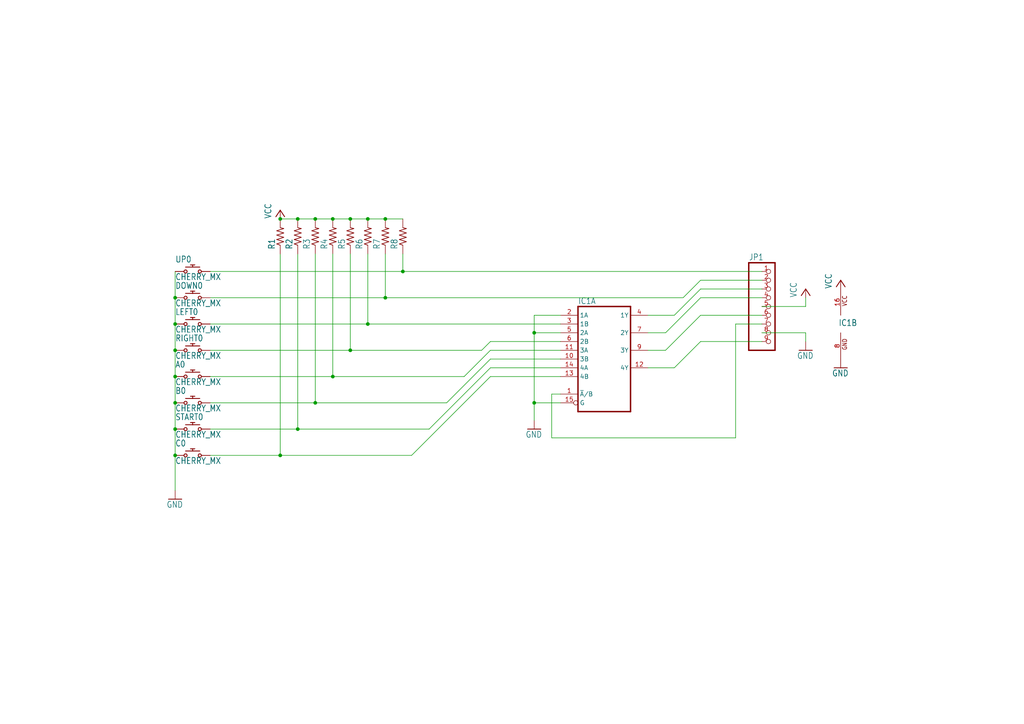
<source format=kicad_sch>
(kicad_sch (version 20230121) (generator eeschema)

  (uuid f9188a3c-b057-4ea6-8c7a-f03faf652ab3)

  (paper "A4")

  (lib_symbols
    (symbol "gpad1-eagle-import:74157N" (in_bom yes) (on_board yes)
      (property "Reference" "IC" (at -0.635 -0.635 0)
        (effects (font (size 1.778 1.5113)) (justify left bottom))
      )
      (property "Value" "" (at -7.62 -17.78 0)
        (effects (font (size 1.778 1.5113)) (justify left bottom) hide)
      )
      (property "Footprint" "gpad1:DIL16" (at 0 0 0)
        (effects (font (size 1.27 1.27)) hide)
      )
      (property "Datasheet" "" (at 0 0 0)
        (effects (font (size 1.27 1.27)) hide)
      )
      (property "ki_locked" "" (at 0 0 0)
        (effects (font (size 1.27 1.27)))
      )
      (symbol "74157N_1_0"
        (polyline
          (pts
            (xy -7.62 -15.24)
            (xy 7.62 -15.24)
          )
          (stroke (width 0.4064) (type solid))
          (fill (type none))
        )
        (polyline
          (pts
            (xy -7.62 15.24)
            (xy -7.62 -15.24)
          )
          (stroke (width 0.4064) (type solid))
          (fill (type none))
        )
        (polyline
          (pts
            (xy 7.62 -15.24)
            (xy 7.62 15.24)
          )
          (stroke (width 0.4064) (type solid))
          (fill (type none))
        )
        (polyline
          (pts
            (xy 7.62 15.24)
            (xy -7.62 15.24)
          )
          (stroke (width 0.4064) (type solid))
          (fill (type none))
        )
        (pin input line (at -12.7 -10.16 0) (length 5.08)
          (name "~{A}/B" (effects (font (size 1.27 1.27))))
          (number "1" (effects (font (size 1.27 1.27))))
        )
        (pin input line (at -12.7 0 0) (length 5.08)
          (name "3B" (effects (font (size 1.27 1.27))))
          (number "10" (effects (font (size 1.27 1.27))))
        )
        (pin input line (at -12.7 2.54 0) (length 5.08)
          (name "3A" (effects (font (size 1.27 1.27))))
          (number "11" (effects (font (size 1.27 1.27))))
        )
        (pin output line (at 12.7 -2.54 180) (length 5.08)
          (name "4Y" (effects (font (size 1.27 1.27))))
          (number "12" (effects (font (size 1.27 1.27))))
        )
        (pin input line (at -12.7 -5.08 0) (length 5.08)
          (name "4B" (effects (font (size 1.27 1.27))))
          (number "13" (effects (font (size 1.27 1.27))))
        )
        (pin input line (at -12.7 -2.54 0) (length 5.08)
          (name "4A" (effects (font (size 1.27 1.27))))
          (number "14" (effects (font (size 1.27 1.27))))
        )
        (pin input inverted (at -12.7 -12.7 0) (length 5.08)
          (name "G" (effects (font (size 1.27 1.27))))
          (number "15" (effects (font (size 1.27 1.27))))
        )
        (pin input line (at -12.7 12.7 0) (length 5.08)
          (name "1A" (effects (font (size 1.27 1.27))))
          (number "2" (effects (font (size 1.27 1.27))))
        )
        (pin input line (at -12.7 10.16 0) (length 5.08)
          (name "1B" (effects (font (size 1.27 1.27))))
          (number "3" (effects (font (size 1.27 1.27))))
        )
        (pin output line (at 12.7 12.7 180) (length 5.08)
          (name "1Y" (effects (font (size 1.27 1.27))))
          (number "4" (effects (font (size 1.27 1.27))))
        )
        (pin input line (at -12.7 7.62 0) (length 5.08)
          (name "2A" (effects (font (size 1.27 1.27))))
          (number "5" (effects (font (size 1.27 1.27))))
        )
        (pin input line (at -12.7 5.08 0) (length 5.08)
          (name "2B" (effects (font (size 1.27 1.27))))
          (number "6" (effects (font (size 1.27 1.27))))
        )
        (pin output line (at 12.7 7.62 180) (length 5.08)
          (name "2Y" (effects (font (size 1.27 1.27))))
          (number "7" (effects (font (size 1.27 1.27))))
        )
        (pin output line (at 12.7 2.54 180) (length 5.08)
          (name "3Y" (effects (font (size 1.27 1.27))))
          (number "9" (effects (font (size 1.27 1.27))))
        )
      )
      (symbol "74157N_2_0"
        (text "GND" (at 1.905 -7.62 900)
          (effects (font (size 1.27 1.0795)) (justify left bottom))
        )
        (text "VCC" (at 1.905 5.08 900)
          (effects (font (size 1.27 1.0795)) (justify left bottom))
        )
        (pin power_in line (at 0 10.16 270) (length 7.62)
          (name "VCC" (effects (font (size 0 0))))
          (number "16" (effects (font (size 1.27 1.27))))
        )
        (pin power_in line (at 0 -10.16 90) (length 7.62)
          (name "GND" (effects (font (size 0 0))))
          (number "8" (effects (font (size 1.27 1.27))))
        )
      )
    )
    (symbol "gpad1-eagle-import:CHERRY_MX" (in_bom yes) (on_board yes)
      (property "Reference" "S" (at -5.08 2.54 0)
        (effects (font (size 1.778 1.5113)) (justify left bottom))
      )
      (property "Value" "" (at -5.08 -2.54 0)
        (effects (font (size 1.778 1.5113)) (justify left bottom))
      )
      (property "Footprint" "gpad1:CHERRY_MX" (at 0 0 0)
        (effects (font (size 1.27 1.27)) hide)
      )
      (property "Datasheet" "" (at 0 0 0)
        (effects (font (size 1.27 1.27)) hide)
      )
      (property "ki_locked" "" (at 0 0 0)
        (effects (font (size 1.27 1.27)))
      )
      (symbol "CHERRY_MX_1_0"
        (circle (center -2.0637 0) (radius 0.449)
          (stroke (width 0.254) (type solid))
          (fill (type none))
        )
        (polyline
          (pts
            (xy -2.0637 1.27)
            (xy 0 1.27)
          )
          (stroke (width 0.254) (type solid))
          (fill (type none))
        )
        (polyline
          (pts
            (xy 0 1.27)
            (xy 0 1.905)
          )
          (stroke (width 0.254) (type solid))
          (fill (type none))
        )
        (polyline
          (pts
            (xy 0 1.27)
            (xy 2.0637 1.27)
          )
          (stroke (width 0.254) (type solid))
          (fill (type none))
        )
        (polyline
          (pts
            (xy 0 1.905)
            (xy -0.635 1.905)
          )
          (stroke (width 0.254) (type solid))
          (fill (type none))
        )
        (polyline
          (pts
            (xy 0 1.905)
            (xy 0.635 1.905)
          )
          (stroke (width 0.254) (type solid))
          (fill (type none))
        )
        (circle (center 2.0637 0) (radius 0.449)
          (stroke (width 0.254) (type solid))
          (fill (type none))
        )
        (pin passive line (at -5.08 0 0) (length 2.54)
          (name "1" (effects (font (size 0 0))))
          (number "S1" (effects (font (size 0 0))))
        )
        (pin passive line (at 5.08 0 180) (length 2.54)
          (name "2" (effects (font (size 0 0))))
          (number "S2" (effects (font (size 0 0))))
        )
      )
    )
    (symbol "gpad1-eagle-import:GND" (power) (in_bom yes) (on_board yes)
      (property "Reference" "#GND" (at 0 0 0)
        (effects (font (size 1.27 1.27)) hide)
      )
      (property "Value" "GND" (at -2.54 -2.54 0)
        (effects (font (size 1.778 1.5113)) (justify left bottom))
      )
      (property "Footprint" "" (at 0 0 0)
        (effects (font (size 1.27 1.27)) hide)
      )
      (property "Datasheet" "" (at 0 0 0)
        (effects (font (size 1.27 1.27)) hide)
      )
      (property "ki_locked" "" (at 0 0 0)
        (effects (font (size 1.27 1.27)))
      )
      (symbol "GND_1_0"
        (polyline
          (pts
            (xy -1.905 0)
            (xy 1.905 0)
          )
          (stroke (width 0.254) (type solid))
          (fill (type none))
        )
        (pin power_in line (at 0 2.54 270) (length 2.54)
          (name "GND" (effects (font (size 0 0))))
          (number "1" (effects (font (size 0 0))))
        )
      )
    )
    (symbol "gpad1-eagle-import:PINHD-1X9" (in_bom yes) (on_board yes)
      (property "Reference" "JP" (at -6.35 13.335 0)
        (effects (font (size 1.778 1.5113)) (justify left bottom))
      )
      (property "Value" "" (at -6.35 -15.24 0)
        (effects (font (size 1.778 1.5113)) (justify left bottom))
      )
      (property "Footprint" "gpad1:1X09" (at 0 0 0)
        (effects (font (size 1.27 1.27)) hide)
      )
      (property "Datasheet" "" (at 0 0 0)
        (effects (font (size 1.27 1.27)) hide)
      )
      (property "ki_locked" "" (at 0 0 0)
        (effects (font (size 1.27 1.27)))
      )
      (symbol "PINHD-1X9_1_0"
        (polyline
          (pts
            (xy -6.35 -12.7)
            (xy 1.27 -12.7)
          )
          (stroke (width 0.4064) (type solid))
          (fill (type none))
        )
        (polyline
          (pts
            (xy -6.35 12.7)
            (xy -6.35 -12.7)
          )
          (stroke (width 0.4064) (type solid))
          (fill (type none))
        )
        (polyline
          (pts
            (xy 1.27 -12.7)
            (xy 1.27 12.7)
          )
          (stroke (width 0.4064) (type solid))
          (fill (type none))
        )
        (polyline
          (pts
            (xy 1.27 12.7)
            (xy -6.35 12.7)
          )
          (stroke (width 0.4064) (type solid))
          (fill (type none))
        )
        (pin passive inverted (at -2.54 10.16 0) (length 2.54)
          (name "1" (effects (font (size 0 0))))
          (number "1" (effects (font (size 1.27 1.27))))
        )
        (pin passive inverted (at -2.54 7.62 0) (length 2.54)
          (name "2" (effects (font (size 0 0))))
          (number "2" (effects (font (size 1.27 1.27))))
        )
        (pin passive inverted (at -2.54 5.08 0) (length 2.54)
          (name "3" (effects (font (size 0 0))))
          (number "3" (effects (font (size 1.27 1.27))))
        )
        (pin passive inverted (at -2.54 2.54 0) (length 2.54)
          (name "4" (effects (font (size 0 0))))
          (number "4" (effects (font (size 1.27 1.27))))
        )
        (pin passive inverted (at -2.54 0 0) (length 2.54)
          (name "5" (effects (font (size 0 0))))
          (number "5" (effects (font (size 1.27 1.27))))
        )
        (pin passive inverted (at -2.54 -2.54 0) (length 2.54)
          (name "6" (effects (font (size 0 0))))
          (number "6" (effects (font (size 1.27 1.27))))
        )
        (pin passive inverted (at -2.54 -5.08 0) (length 2.54)
          (name "7" (effects (font (size 0 0))))
          (number "7" (effects (font (size 1.27 1.27))))
        )
        (pin passive inverted (at -2.54 -7.62 0) (length 2.54)
          (name "8" (effects (font (size 0 0))))
          (number "8" (effects (font (size 1.27 1.27))))
        )
        (pin passive inverted (at -2.54 -10.16 0) (length 2.54)
          (name "9" (effects (font (size 0 0))))
          (number "9" (effects (font (size 1.27 1.27))))
        )
      )
    )
    (symbol "gpad1-eagle-import:R-US_0207/10" (in_bom yes) (on_board yes)
      (property "Reference" "R" (at -3.81 1.4986 0)
        (effects (font (size 1.778 1.5113)) (justify left bottom))
      )
      (property "Value" "" (at -3.81 -3.302 0)
        (effects (font (size 1.778 1.5113)) (justify left bottom))
      )
      (property "Footprint" "gpad1:0207_10" (at 0 0 0)
        (effects (font (size 1.27 1.27)) hide)
      )
      (property "Datasheet" "" (at 0 0 0)
        (effects (font (size 1.27 1.27)) hide)
      )
      (property "ki_locked" "" (at 0 0 0)
        (effects (font (size 1.27 1.27)))
      )
      (symbol "R-US_0207/10_1_0"
        (polyline
          (pts
            (xy -2.54 0)
            (xy -2.159 1.016)
          )
          (stroke (width 0.2032) (type solid))
          (fill (type none))
        )
        (polyline
          (pts
            (xy -2.159 1.016)
            (xy -1.524 -1.016)
          )
          (stroke (width 0.2032) (type solid))
          (fill (type none))
        )
        (polyline
          (pts
            (xy -1.524 -1.016)
            (xy -0.889 1.016)
          )
          (stroke (width 0.2032) (type solid))
          (fill (type none))
        )
        (polyline
          (pts
            (xy -0.889 1.016)
            (xy -0.254 -1.016)
          )
          (stroke (width 0.2032) (type solid))
          (fill (type none))
        )
        (polyline
          (pts
            (xy -0.254 -1.016)
            (xy 0.381 1.016)
          )
          (stroke (width 0.2032) (type solid))
          (fill (type none))
        )
        (polyline
          (pts
            (xy 0.381 1.016)
            (xy 1.016 -1.016)
          )
          (stroke (width 0.2032) (type solid))
          (fill (type none))
        )
        (polyline
          (pts
            (xy 1.016 -1.016)
            (xy 1.651 1.016)
          )
          (stroke (width 0.2032) (type solid))
          (fill (type none))
        )
        (polyline
          (pts
            (xy 1.651 1.016)
            (xy 2.286 -1.016)
          )
          (stroke (width 0.2032) (type solid))
          (fill (type none))
        )
        (polyline
          (pts
            (xy 2.286 -1.016)
            (xy 2.54 0)
          )
          (stroke (width 0.2032) (type solid))
          (fill (type none))
        )
        (pin passive line (at -5.08 0 0) (length 2.54)
          (name "1" (effects (font (size 0 0))))
          (number "1" (effects (font (size 0 0))))
        )
        (pin passive line (at 5.08 0 180) (length 2.54)
          (name "2" (effects (font (size 0 0))))
          (number "2" (effects (font (size 0 0))))
        )
      )
    )
    (symbol "gpad1-eagle-import:VCC" (power) (in_bom yes) (on_board yes)
      (property "Reference" "#P+" (at 0 0 0)
        (effects (font (size 1.27 1.27)) hide)
      )
      (property "Value" "VCC" (at -2.54 -2.54 90)
        (effects (font (size 1.778 1.5113)) (justify left bottom))
      )
      (property "Footprint" "" (at 0 0 0)
        (effects (font (size 1.27 1.27)) hide)
      )
      (property "Datasheet" "" (at 0 0 0)
        (effects (font (size 1.27 1.27)) hide)
      )
      (property "ki_locked" "" (at 0 0 0)
        (effects (font (size 1.27 1.27)))
      )
      (symbol "VCC_1_0"
        (polyline
          (pts
            (xy 0 0)
            (xy -1.27 -1.905)
          )
          (stroke (width 0.254) (type solid))
          (fill (type none))
        )
        (polyline
          (pts
            (xy 1.27 -1.905)
            (xy 0 0)
          )
          (stroke (width 0.254) (type solid))
          (fill (type none))
        )
        (pin power_in line (at 0 -2.54 90) (length 2.54)
          (name "VCC" (effects (font (size 0 0))))
          (number "1" (effects (font (size 0 0))))
        )
      )
    )
  )

  (junction (at 154.94 96.52) (diameter 0) (color 0 0 0 0)
    (uuid 0410b762-5a23-40f2-9004-74cddf175bb4)
  )
  (junction (at 50.8 124.46) (diameter 0) (color 0 0 0 0)
    (uuid 1c55fe21-58b8-4dea-a6ca-57c738b92f14)
  )
  (junction (at 50.8 132.08) (diameter 0) (color 0 0 0 0)
    (uuid 2d3fa340-0c41-46f7-8e40-e52a0f4351ac)
  )
  (junction (at 154.94 116.84) (diameter 0) (color 0 0 0 0)
    (uuid 4f682fd1-be48-4044-976e-f348ebe15822)
  )
  (junction (at 50.8 93.98) (diameter 0) (color 0 0 0 0)
    (uuid 520e0825-b476-420e-90c2-ca7f29741a5d)
  )
  (junction (at 116.84 78.74) (diameter 0) (color 0 0 0 0)
    (uuid 6291cd53-a51f-42d7-b209-665ebe4d85a5)
  )
  (junction (at 81.28 63.5) (diameter 0) (color 0 0 0 0)
    (uuid 767cf721-945c-4465-9655-c04f42eec25c)
  )
  (junction (at 86.36 63.5) (diameter 0) (color 0 0 0 0)
    (uuid 8793617d-5301-4149-94f5-abf5f381749b)
  )
  (junction (at 50.8 86.36) (diameter 0) (color 0 0 0 0)
    (uuid 917f4ee5-2222-42c8-b6c3-54f850790ffc)
  )
  (junction (at 96.52 109.22) (diameter 0) (color 0 0 0 0)
    (uuid 931d228d-6a0a-4d2d-a7f0-fcd12fd4c337)
  )
  (junction (at 111.76 86.36) (diameter 0) (color 0 0 0 0)
    (uuid b6fa740a-e46d-4858-b74b-df39c1c38e12)
  )
  (junction (at 50.8 109.22) (diameter 0) (color 0 0 0 0)
    (uuid ba2b8adf-3ace-46b9-9231-4e5ac09ceac5)
  )
  (junction (at 96.52 63.5) (diameter 0) (color 0 0 0 0)
    (uuid ba65e94b-d0b7-4862-ad9a-0644494f0361)
  )
  (junction (at 86.36 124.46) (diameter 0) (color 0 0 0 0)
    (uuid c3c5bbdd-abf0-4153-93ab-dcf9a05993a9)
  )
  (junction (at 101.6 63.5) (diameter 0) (color 0 0 0 0)
    (uuid c540913b-911d-4c63-9942-5c56c30a418d)
  )
  (junction (at 50.8 101.6) (diameter 0) (color 0 0 0 0)
    (uuid cc2185a1-8d4d-4d44-a574-97f95506621e)
  )
  (junction (at 106.68 93.98) (diameter 0) (color 0 0 0 0)
    (uuid cc492ff8-fb19-4b9d-8b34-8951063b3e1e)
  )
  (junction (at 91.44 116.84) (diameter 0) (color 0 0 0 0)
    (uuid d74efb7c-57ad-46e0-8af0-354ca8f10a8d)
  )
  (junction (at 91.44 63.5) (diameter 0) (color 0 0 0 0)
    (uuid e1598a87-bf59-4e5d-b7c3-85d506fb3aaa)
  )
  (junction (at 50.8 116.84) (diameter 0) (color 0 0 0 0)
    (uuid e23ffdc0-052d-4810-b5ac-e6064a722a92)
  )
  (junction (at 106.68 63.5) (diameter 0) (color 0 0 0 0)
    (uuid f97f3cff-1a21-4180-9808-0a48cb2ed559)
  )
  (junction (at 111.76 63.5) (diameter 0) (color 0 0 0 0)
    (uuid fb8d0b3d-9f50-41c3-b623-c832d3aa8726)
  )
  (junction (at 101.6 101.6) (diameter 0) (color 0 0 0 0)
    (uuid fca139d7-4c54-4c68-8ec3-3fc8bb69dee9)
  )
  (junction (at 81.28 132.08) (diameter 0) (color 0 0 0 0)
    (uuid fd3704d9-4a09-43d1-b958-1a90f53fcb83)
  )

  (wire (pts (xy 220.98 93.98) (xy 213.36 93.98))
    (stroke (width 0.1524) (type solid))
    (uuid 0335e101-a789-4dfe-9c20-55241ab98ac0)
  )
  (wire (pts (xy 91.44 116.84) (xy 129.54 116.84))
    (stroke (width 0.1524) (type solid))
    (uuid 083baac9-b0f5-48ef-aeb7-611c2ba8528f)
  )
  (wire (pts (xy 106.68 63.5) (xy 111.76 63.5))
    (stroke (width 0.1524) (type solid))
    (uuid 08f8e5cd-6b45-47d2-b2de-c20d52c50226)
  )
  (wire (pts (xy 203.2 91.44) (xy 220.98 91.44))
    (stroke (width 0.1524) (type solid))
    (uuid 097dc425-eeaf-4297-9f3d-ddb942e54a15)
  )
  (wire (pts (xy 86.36 63.5) (xy 91.44 63.5))
    (stroke (width 0.1524) (type solid))
    (uuid 0bc1c768-d036-4b81-b8a3-c18ec3d50c53)
  )
  (wire (pts (xy 154.94 91.44) (xy 162.56 91.44))
    (stroke (width 0.1524) (type solid))
    (uuid 0c3b9e8d-bb1d-4f91-8658-cc12c17e360f)
  )
  (wire (pts (xy 154.94 96.52) (xy 154.94 91.44))
    (stroke (width 0.1524) (type solid))
    (uuid 18072872-4528-4062-9f3f-d8fbb915d45e)
  )
  (wire (pts (xy 193.04 101.6) (xy 203.2 91.44))
    (stroke (width 0.1524) (type solid))
    (uuid 18a9b506-508d-4ff0-963c-ff0a48db45bc)
  )
  (wire (pts (xy 187.96 106.68) (xy 195.58 106.68))
    (stroke (width 0.1524) (type solid))
    (uuid 1d6e0c8c-38b4-4886-b510-ebab50c454cf)
  )
  (wire (pts (xy 101.6 63.5) (xy 106.68 63.5))
    (stroke (width 0.1524) (type solid))
    (uuid 21fcb676-4cbd-4383-9647-2a715c16d3b2)
  )
  (wire (pts (xy 91.44 63.5) (xy 96.52 63.5))
    (stroke (width 0.1524) (type solid))
    (uuid 22c7a0c2-1661-4ad4-837a-252d2fbf55a8)
  )
  (wire (pts (xy 203.2 83.82) (xy 220.98 83.82))
    (stroke (width 0.1524) (type solid))
    (uuid 24a2b59c-e1f1-4ea1-9f81-c243c43bb6f7)
  )
  (wire (pts (xy 154.94 96.52) (xy 162.56 96.52))
    (stroke (width 0.1524) (type solid))
    (uuid 26f69787-5c1b-4811-90df-e4ed36c99e33)
  )
  (wire (pts (xy 86.36 124.46) (xy 124.46 124.46))
    (stroke (width 0.1524) (type solid))
    (uuid 2959fe36-8a8c-4577-a802-c8dd3f2e3f8a)
  )
  (wire (pts (xy 111.76 86.36) (xy 198.12 86.36))
    (stroke (width 0.1524) (type solid))
    (uuid 2db2bc44-b3ec-46b5-8600-4b28834534a8)
  )
  (wire (pts (xy 86.36 73.66) (xy 86.36 124.46))
    (stroke (width 0.1524) (type solid))
    (uuid 313d1cfb-051e-44df-89ca-f96988eabf3b)
  )
  (wire (pts (xy 81.28 132.08) (xy 119.38 132.08))
    (stroke (width 0.1524) (type solid))
    (uuid 37ddd0ba-ddf1-4647-9d51-1a6649411afb)
  )
  (wire (pts (xy 111.76 63.5) (xy 116.84 63.5))
    (stroke (width 0.1524) (type solid))
    (uuid 3824e09c-fa45-4eb1-8298-369cea4bcced)
  )
  (wire (pts (xy 142.24 99.06) (xy 162.56 99.06))
    (stroke (width 0.1524) (type solid))
    (uuid 3bb1fcfa-6c78-41d6-902f-0fb3eb2a72b2)
  )
  (wire (pts (xy 116.84 78.74) (xy 220.98 78.74))
    (stroke (width 0.1524) (type solid))
    (uuid 40cdcbd7-8632-4d62-ae3d-0c4a4bba985f)
  )
  (wire (pts (xy 154.94 116.84) (xy 154.94 96.52))
    (stroke (width 0.1524) (type solid))
    (uuid 44cd1349-2684-4a37-9105-657e0416123b)
  )
  (wire (pts (xy 91.44 73.66) (xy 91.44 116.84))
    (stroke (width 0.1524) (type solid))
    (uuid 455608e9-99a0-4ed1-8219-2f521949aa97)
  )
  (wire (pts (xy 139.7 101.6) (xy 142.24 99.06))
    (stroke (width 0.1524) (type solid))
    (uuid 45c4988f-3915-4b78-aa3d-41ff046cc1d6)
  )
  (wire (pts (xy 50.8 101.6) (xy 50.8 109.22))
    (stroke (width 0.1524) (type solid))
    (uuid 45ef9af0-5d08-414d-bc3f-abe49de1c0c2)
  )
  (wire (pts (xy 106.68 93.98) (xy 162.56 93.98))
    (stroke (width 0.1524) (type solid))
    (uuid 4977d895-35f0-49b8-b527-d7ad64218342)
  )
  (wire (pts (xy 101.6 73.66) (xy 101.6 101.6))
    (stroke (width 0.1524) (type solid))
    (uuid 49c3585a-b687-447f-be02-8a184880cafa)
  )
  (wire (pts (xy 50.8 124.46) (xy 50.8 132.08))
    (stroke (width 0.1524) (type solid))
    (uuid 4ff475b6-9c9f-47f6-8c54-f121d008f4d0)
  )
  (wire (pts (xy 129.54 116.84) (xy 142.24 104.14))
    (stroke (width 0.1524) (type solid))
    (uuid 51b1a9de-15e9-4167-a719-4bb9c600c850)
  )
  (wire (pts (xy 111.76 73.66) (xy 111.76 86.36))
    (stroke (width 0.1524) (type solid))
    (uuid 5bf06d7d-558d-41ab-90aa-17c677445b99)
  )
  (wire (pts (xy 233.68 88.9) (xy 233.68 86.36))
    (stroke (width 0.1524) (type solid))
    (uuid 5d87362d-34a5-4220-a1a6-f5219cb05ecf)
  )
  (wire (pts (xy 60.96 86.36) (xy 111.76 86.36))
    (stroke (width 0.1524) (type solid))
    (uuid 5ff29cab-9a85-47af-82b9-eb6cadaea004)
  )
  (wire (pts (xy 60.96 78.74) (xy 116.84 78.74))
    (stroke (width 0.1524) (type solid))
    (uuid 6383da77-96bb-4fca-998c-947a9609eb9b)
  )
  (wire (pts (xy 195.58 91.44) (xy 203.2 83.82))
    (stroke (width 0.1524) (type solid))
    (uuid 63d2fd00-5b22-4a18-806e-630ba3fd1d1c)
  )
  (wire (pts (xy 187.96 96.52) (xy 193.04 96.52))
    (stroke (width 0.1524) (type solid))
    (uuid 69e83703-61a2-4a00-8e5e-e5f6c056ffc8)
  )
  (wire (pts (xy 101.6 101.6) (xy 139.7 101.6))
    (stroke (width 0.1524) (type solid))
    (uuid 6a6db779-505f-46c2-a20f-c27252b10b68)
  )
  (wire (pts (xy 134.62 109.22) (xy 142.24 101.6))
    (stroke (width 0.1524) (type solid))
    (uuid 72e6cf9d-6c74-4f2f-812e-1e0301238b30)
  )
  (wire (pts (xy 213.36 93.98) (xy 213.36 127))
    (stroke (width 0.1524) (type solid))
    (uuid 73beedf6-369a-4ac2-932c-7d9399f251ca)
  )
  (wire (pts (xy 60.96 116.84) (xy 91.44 116.84))
    (stroke (width 0.1524) (type solid))
    (uuid 7a16c174-9f4b-4c9e-91b0-d8ff86384aa5)
  )
  (wire (pts (xy 142.24 101.6) (xy 162.56 101.6))
    (stroke (width 0.1524) (type solid))
    (uuid 7be31aac-d598-4ece-b1a7-e7f7590f6240)
  )
  (wire (pts (xy 50.8 78.74) (xy 50.8 86.36))
    (stroke (width 0.1524) (type solid))
    (uuid 7c7d39db-c790-4da0-96d5-efc37fe56b05)
  )
  (wire (pts (xy 81.28 63.5) (xy 86.36 63.5))
    (stroke (width 0.1524) (type solid))
    (uuid 859ba682-41b7-4bdd-bdec-19abe58162ea)
  )
  (wire (pts (xy 162.56 114.3) (xy 160.02 114.3))
    (stroke (width 0.1524) (type solid))
    (uuid 89b55abc-6ff1-429a-b9df-85f285b73096)
  )
  (wire (pts (xy 60.96 132.08) (xy 81.28 132.08))
    (stroke (width 0.1524) (type solid))
    (uuid 89eaaf61-2b92-483b-9a5e-cc391bb77c9b)
  )
  (wire (pts (xy 195.58 106.68) (xy 203.2 99.06))
    (stroke (width 0.1524) (type solid))
    (uuid 8af677d3-52ce-4633-a0cd-3019197ea280)
  )
  (wire (pts (xy 50.8 86.36) (xy 50.8 93.98))
    (stroke (width 0.1524) (type solid))
    (uuid 8affc786-6db0-473e-8853-37ab8eae8309)
  )
  (wire (pts (xy 203.2 99.06) (xy 220.98 99.06))
    (stroke (width 0.1524) (type solid))
    (uuid 8dd1b8dd-8f9f-4e97-abeb-af529e6c9b00)
  )
  (wire (pts (xy 187.96 91.44) (xy 195.58 91.44))
    (stroke (width 0.1524) (type solid))
    (uuid 8fd3a191-a953-45d9-a634-b2b7952da7c9)
  )
  (wire (pts (xy 233.68 96.52) (xy 233.68 99.06))
    (stroke (width 0.1524) (type solid))
    (uuid 91b0b1d5-de5b-406a-a258-39d4c2f98598)
  )
  (wire (pts (xy 220.98 96.52) (xy 233.68 96.52))
    (stroke (width 0.1524) (type solid))
    (uuid 91ec3e97-db34-4b68-93f3-53d61614be01)
  )
  (wire (pts (xy 81.28 73.66) (xy 81.28 132.08))
    (stroke (width 0.1524) (type solid))
    (uuid 93097f0a-bd8d-443e-a84d-095238b9910b)
  )
  (wire (pts (xy 60.96 101.6) (xy 101.6 101.6))
    (stroke (width 0.1524) (type solid))
    (uuid 956e4365-a649-46c1-96e9-1cf97cec4e57)
  )
  (wire (pts (xy 154.94 121.92) (xy 154.94 116.84))
    (stroke (width 0.1524) (type solid))
    (uuid 96eff874-b5e4-42ad-9392-1f1b7ba2b5a3)
  )
  (wire (pts (xy 50.8 132.08) (xy 50.8 142.24))
    (stroke (width 0.1524) (type solid))
    (uuid 98e99f47-7bc1-4c02-9db2-184ddab68379)
  )
  (wire (pts (xy 96.52 73.66) (xy 96.52 109.22))
    (stroke (width 0.1524) (type solid))
    (uuid 9e4fe36a-d309-4310-b3c1-3bfcdc2bf855)
  )
  (wire (pts (xy 50.8 116.84) (xy 50.8 124.46))
    (stroke (width 0.1524) (type solid))
    (uuid a01c6803-95e2-40bc-bfba-864829229780)
  )
  (wire (pts (xy 203.2 86.36) (xy 220.98 86.36))
    (stroke (width 0.1524) (type solid))
    (uuid a8423a13-ec07-43c7-a76c-e06a3e0db049)
  )
  (wire (pts (xy 124.46 124.46) (xy 142.24 106.68))
    (stroke (width 0.1524) (type solid))
    (uuid af967629-1c82-4c1b-a357-7d7323a4d6aa)
  )
  (wire (pts (xy 50.8 93.98) (xy 50.8 101.6))
    (stroke (width 0.1524) (type solid))
    (uuid b2f794e3-9e29-4944-8eb0-12403767d442)
  )
  (wire (pts (xy 187.96 101.6) (xy 193.04 101.6))
    (stroke (width 0.1524) (type solid))
    (uuid b4762fb1-ff1e-48c2-ab09-abdb1ff1f846)
  )
  (wire (pts (xy 116.84 73.66) (xy 116.84 78.74))
    (stroke (width 0.1524) (type solid))
    (uuid bac52206-4bc6-4cd3-8155-ea9bb9180f4f)
  )
  (wire (pts (xy 198.12 86.36) (xy 203.2 81.28))
    (stroke (width 0.1524) (type solid))
    (uuid c21e3273-7ab2-49cb-b4e5-bdc0f61851ac)
  )
  (wire (pts (xy 154.94 116.84) (xy 162.56 116.84))
    (stroke (width 0.1524) (type solid))
    (uuid c470b79e-6633-4f9e-a445-235417705fbf)
  )
  (wire (pts (xy 96.52 109.22) (xy 134.62 109.22))
    (stroke (width 0.1524) (type solid))
    (uuid c847759c-7861-4219-b8ff-c885c2458f97)
  )
  (wire (pts (xy 106.68 73.66) (xy 106.68 93.98))
    (stroke (width 0.1524) (type solid))
    (uuid c85fca4f-00cd-4718-be44-266c15b4bc45)
  )
  (wire (pts (xy 60.96 93.98) (xy 106.68 93.98))
    (stroke (width 0.1524) (type solid))
    (uuid cae470f8-52be-4a2a-b0c3-10df0a80adc3)
  )
  (wire (pts (xy 142.24 109.22) (xy 162.56 109.22))
    (stroke (width 0.1524) (type solid))
    (uuid cfedc257-b224-4609-be18-7f7eec02b2ec)
  )
  (wire (pts (xy 160.02 127) (xy 160.02 114.3))
    (stroke (width 0.1524) (type solid))
    (uuid d1206e79-8b0c-4943-9525-dc169d0be7a0)
  )
  (wire (pts (xy 60.96 109.22) (xy 96.52 109.22))
    (stroke (width 0.1524) (type solid))
    (uuid d43bbe6e-ea63-4207-b248-35badf257abd)
  )
  (wire (pts (xy 203.2 81.28) (xy 220.98 81.28))
    (stroke (width 0.1524) (type solid))
    (uuid d6c31714-fb9a-49f6-9f92-ceb675a1dfbb)
  )
  (wire (pts (xy 60.96 124.46) (xy 86.36 124.46))
    (stroke (width 0.1524) (type solid))
    (uuid e11aa4d6-504e-4d22-91b9-fbd004305051)
  )
  (wire (pts (xy 193.04 96.52) (xy 203.2 86.36))
    (stroke (width 0.1524) (type solid))
    (uuid e1673471-65ab-41e6-9ae9-999473a5ba55)
  )
  (wire (pts (xy 50.8 109.22) (xy 50.8 116.84))
    (stroke (width 0.1524) (type solid))
    (uuid e56e0e33-982c-4ea2-a6a7-a98f152b0864)
  )
  (wire (pts (xy 213.36 127) (xy 160.02 127))
    (stroke (width 0.1524) (type solid))
    (uuid e6b47ba8-670d-49ee-9c14-32062b739314)
  )
  (wire (pts (xy 119.38 132.08) (xy 142.24 109.22))
    (stroke (width 0.1524) (type solid))
    (uuid e6cc3d67-e0ea-4964-be28-842ee09061d5)
  )
  (wire (pts (xy 96.52 63.5) (xy 101.6 63.5))
    (stroke (width 0.1524) (type solid))
    (uuid edca37c8-318e-4e79-8442-d7d32c31bcca)
  )
  (wire (pts (xy 142.24 104.14) (xy 162.56 104.14))
    (stroke (width 0.1524) (type solid))
    (uuid f2f29687-e56c-42cf-9c0e-76093d6a84f8)
  )
  (wire (pts (xy 142.24 106.68) (xy 162.56 106.68))
    (stroke (width 0.1524) (type solid))
    (uuid f9162753-d6e3-42b6-ac77-d239798f0a4f)
  )
  (wire (pts (xy 220.98 88.9) (xy 233.68 88.9))
    (stroke (width 0.1524) (type solid))
    (uuid ff9f9a03-a5de-4d6c-af3f-6821c3a54e03)
  )

  (symbol (lib_id "gpad1-eagle-import:CHERRY_MX") (at 55.88 101.6 0) (unit 1)
    (in_bom yes) (on_board yes) (dnp no)
    (uuid 068e2754-e425-45dc-9c0c-e909646ba67b)
    (property "Reference" "RIGHT0" (at 50.8 99.06 0)
      (effects (font (size 1.778 1.5113)) (justify left bottom))
    )
    (property "Value" "CHERRY_MX" (at 50.8 104.14 0)
      (effects (font (size 1.778 1.5113)) (justify left bottom))
    )
    (property "Footprint" "gpad1:CHERRY_MX" (at 55.88 101.6 0)
      (effects (font (size 1.27 1.27)) hide)
    )
    (property "Datasheet" "" (at 55.88 101.6 0)
      (effects (font (size 1.27 1.27)) hide)
    )
    (pin "S1" (uuid 7f56d2af-0d5b-48e3-9596-685a6117c065))
    (pin "S2" (uuid b6a6a63e-53f3-477a-9ccd-634814038a05))
    (instances
      (project "gpad1"
        (path "/f9188a3c-b057-4ea6-8c7a-f03faf652ab3"
          (reference "RIGHT0") (unit 1)
        )
      )
    )
  )

  (symbol (lib_id "gpad1-eagle-import:VCC") (at 243.84 81.28 0) (unit 1)
    (in_bom yes) (on_board yes) (dnp no)
    (uuid 0a78c79b-2cd4-4781-90a0-cdf36fc9ab3c)
    (property "Reference" "#P+3" (at 243.84 81.28 0)
      (effects (font (size 1.27 1.27)) hide)
    )
    (property "Value" "VCC" (at 241.3 83.82 90)
      (effects (font (size 1.778 1.5113)) (justify left bottom))
    )
    (property "Footprint" "" (at 243.84 81.28 0)
      (effects (font (size 1.27 1.27)) hide)
    )
    (property "Datasheet" "" (at 243.84 81.28 0)
      (effects (font (size 1.27 1.27)) hide)
    )
    (pin "1" (uuid 4c333bf9-8ddb-42e4-adee-b358f158d550))
    (instances
      (project "gpad1"
        (path "/f9188a3c-b057-4ea6-8c7a-f03faf652ab3"
          (reference "#P+3") (unit 1)
        )
      )
    )
  )

  (symbol (lib_id "gpad1-eagle-import:R-US_0207/10") (at 106.68 68.58 90) (unit 1)
    (in_bom yes) (on_board yes) (dnp no)
    (uuid 118030cb-3209-494f-a643-5327df8c6eab)
    (property "Reference" "R6" (at 105.1814 72.39 0)
      (effects (font (size 1.778 1.5113)) (justify left bottom))
    )
    (property "Value" "R-US_0207/10" (at 109.982 72.39 0)
      (effects (font (size 1.778 1.5113)) (justify left bottom) hide)
    )
    (property "Footprint" "gpad1:0207_10" (at 106.68 68.58 0)
      (effects (font (size 1.27 1.27)) hide)
    )
    (property "Datasheet" "" (at 106.68 68.58 0)
      (effects (font (size 1.27 1.27)) hide)
    )
    (pin "1" (uuid 8b49859b-6801-416e-a50b-d61c7ef72fd7))
    (pin "2" (uuid d23ab590-774b-4939-b9fb-de1c5dadf074))
    (instances
      (project "gpad1"
        (path "/f9188a3c-b057-4ea6-8c7a-f03faf652ab3"
          (reference "R6") (unit 1)
        )
      )
    )
  )

  (symbol (lib_id "gpad1-eagle-import:CHERRY_MX") (at 55.88 116.84 0) (unit 1)
    (in_bom yes) (on_board yes) (dnp no)
    (uuid 12e1dcaf-c470-42f2-af14-8865c34d3458)
    (property "Reference" "B0" (at 50.8 114.3 0)
      (effects (font (size 1.778 1.5113)) (justify left bottom))
    )
    (property "Value" "CHERRY_MX" (at 50.8 119.38 0)
      (effects (font (size 1.778 1.5113)) (justify left bottom))
    )
    (property "Footprint" "gpad1:CHERRY_MX" (at 55.88 116.84 0)
      (effects (font (size 1.27 1.27)) hide)
    )
    (property "Datasheet" "" (at 55.88 116.84 0)
      (effects (font (size 1.27 1.27)) hide)
    )
    (pin "S1" (uuid 4d49e9a0-a3a3-414f-9471-4860de60c860))
    (pin "S2" (uuid 76139b4d-8672-4b83-94b2-c85d00f0762f))
    (instances
      (project "gpad1"
        (path "/f9188a3c-b057-4ea6-8c7a-f03faf652ab3"
          (reference "B0") (unit 1)
        )
      )
    )
  )

  (symbol (lib_id "gpad1-eagle-import:CHERRY_MX") (at 55.88 93.98 0) (unit 1)
    (in_bom yes) (on_board yes) (dnp no)
    (uuid 17c1f07e-5af6-4129-90f4-34b0b2941bb5)
    (property "Reference" "LEFT0" (at 50.8 91.44 0)
      (effects (font (size 1.778 1.5113)) (justify left bottom))
    )
    (property "Value" "CHERRY_MX" (at 50.8 96.52 0)
      (effects (font (size 1.778 1.5113)) (justify left bottom))
    )
    (property "Footprint" "gpad1:CHERRY_MX" (at 55.88 93.98 0)
      (effects (font (size 1.27 1.27)) hide)
    )
    (property "Datasheet" "" (at 55.88 93.98 0)
      (effects (font (size 1.27 1.27)) hide)
    )
    (pin "S1" (uuid db0728d5-eccd-485a-a63f-ac8ad3178c05))
    (pin "S2" (uuid adf907b1-5c56-49ee-add2-5de60b2413db))
    (instances
      (project "gpad1"
        (path "/f9188a3c-b057-4ea6-8c7a-f03faf652ab3"
          (reference "LEFT0") (unit 1)
        )
      )
    )
  )

  (symbol (lib_id "gpad1-eagle-import:GND") (at 154.94 124.46 0) (unit 1)
    (in_bom yes) (on_board yes) (dnp no)
    (uuid 2dd7a910-07b9-4d7c-ad81-a6c01a0f44c0)
    (property "Reference" "#GND3" (at 154.94 124.46 0)
      (effects (font (size 1.27 1.27)) hide)
    )
    (property "Value" "GND" (at 152.4 127 0)
      (effects (font (size 1.778 1.5113)) (justify left bottom))
    )
    (property "Footprint" "" (at 154.94 124.46 0)
      (effects (font (size 1.27 1.27)) hide)
    )
    (property "Datasheet" "" (at 154.94 124.46 0)
      (effects (font (size 1.27 1.27)) hide)
    )
    (pin "1" (uuid ab8de6f4-a60d-4463-be94-1ed762e6c866))
    (instances
      (project "gpad1"
        (path "/f9188a3c-b057-4ea6-8c7a-f03faf652ab3"
          (reference "#GND3") (unit 1)
        )
      )
    )
  )

  (symbol (lib_id "gpad1-eagle-import:R-US_0207/10") (at 116.84 68.58 90) (unit 1)
    (in_bom yes) (on_board yes) (dnp no)
    (uuid 3f07f4ec-1fa3-4d72-81f0-c6f6f174a6a4)
    (property "Reference" "R8" (at 115.3414 72.39 0)
      (effects (font (size 1.778 1.5113)) (justify left bottom))
    )
    (property "Value" "R-US_0207/10" (at 120.142 72.39 0)
      (effects (font (size 1.778 1.5113)) (justify left bottom) hide)
    )
    (property "Footprint" "gpad1:0207_10" (at 116.84 68.58 0)
      (effects (font (size 1.27 1.27)) hide)
    )
    (property "Datasheet" "" (at 116.84 68.58 0)
      (effects (font (size 1.27 1.27)) hide)
    )
    (pin "1" (uuid aa118f37-5552-4e38-99dd-121d9b3812c6))
    (pin "2" (uuid 0a3778b5-7849-4473-8173-2e7ffea624d9))
    (instances
      (project "gpad1"
        (path "/f9188a3c-b057-4ea6-8c7a-f03faf652ab3"
          (reference "R8") (unit 1)
        )
      )
    )
  )

  (symbol (lib_id "gpad1-eagle-import:CHERRY_MX") (at 55.88 78.74 0) (unit 1)
    (in_bom yes) (on_board yes) (dnp no)
    (uuid 4191316e-67a1-4fed-a735-bc62a871b8cb)
    (property "Reference" "UP0" (at 50.8 76.2 0)
      (effects (font (size 1.778 1.5113)) (justify left bottom))
    )
    (property "Value" "CHERRY_MX" (at 50.8 81.28 0)
      (effects (font (size 1.778 1.5113)) (justify left bottom))
    )
    (property "Footprint" "gpad1:CHERRY_MX" (at 55.88 78.74 0)
      (effects (font (size 1.27 1.27)) hide)
    )
    (property "Datasheet" "" (at 55.88 78.74 0)
      (effects (font (size 1.27 1.27)) hide)
    )
    (pin "S1" (uuid accd5558-22d7-4f5b-802d-52a17cd3df46))
    (pin "S2" (uuid bfa7ad37-7a46-49a2-acd7-79d2721d31fd))
    (instances
      (project "gpad1"
        (path "/f9188a3c-b057-4ea6-8c7a-f03faf652ab3"
          (reference "UP0") (unit 1)
        )
      )
    )
  )

  (symbol (lib_id "gpad1-eagle-import:R-US_0207/10") (at 86.36 68.58 90) (unit 1)
    (in_bom yes) (on_board yes) (dnp no)
    (uuid 44ab489a-8ad3-4a48-8acd-8b98ed0d4c6d)
    (property "Reference" "R2" (at 84.8614 72.39 0)
      (effects (font (size 1.778 1.5113)) (justify left bottom))
    )
    (property "Value" "R-US_0207/10" (at 89.662 72.39 0)
      (effects (font (size 1.778 1.5113)) (justify left bottom) hide)
    )
    (property "Footprint" "gpad1:0207_10" (at 86.36 68.58 0)
      (effects (font (size 1.27 1.27)) hide)
    )
    (property "Datasheet" "" (at 86.36 68.58 0)
      (effects (font (size 1.27 1.27)) hide)
    )
    (pin "1" (uuid 1a740da1-ccb6-4a95-bef2-6a84c0a1dbe3))
    (pin "2" (uuid 7a30a541-4e05-4734-94c1-25b0e5e8ec7d))
    (instances
      (project "gpad1"
        (path "/f9188a3c-b057-4ea6-8c7a-f03faf652ab3"
          (reference "R2") (unit 1)
        )
      )
    )
  )

  (symbol (lib_id "gpad1-eagle-import:CHERRY_MX") (at 55.88 86.36 0) (unit 1)
    (in_bom yes) (on_board yes) (dnp no)
    (uuid 4cadde4a-e3f0-4866-ad78-363c561ff9ee)
    (property "Reference" "DOWN0" (at 50.8 83.82 0)
      (effects (font (size 1.778 1.5113)) (justify left bottom))
    )
    (property "Value" "CHERRY_MX" (at 50.8 88.9 0)
      (effects (font (size 1.778 1.5113)) (justify left bottom))
    )
    (property "Footprint" "gpad1:CHERRY_MX" (at 55.88 86.36 0)
      (effects (font (size 1.27 1.27)) hide)
    )
    (property "Datasheet" "" (at 55.88 86.36 0)
      (effects (font (size 1.27 1.27)) hide)
    )
    (pin "S1" (uuid e0ec4bbd-5f71-48ca-8350-c0dc3971ea3d))
    (pin "S2" (uuid db015a1f-c0de-4d3f-b6c4-4415c78010d2))
    (instances
      (project "gpad1"
        (path "/f9188a3c-b057-4ea6-8c7a-f03faf652ab3"
          (reference "DOWN0") (unit 1)
        )
      )
    )
  )

  (symbol (lib_id "gpad1-eagle-import:GND") (at 50.8 144.78 0) (unit 1)
    (in_bom yes) (on_board yes) (dnp no)
    (uuid 5d6eca9a-80d8-40fe-bd1f-d7da04966345)
    (property "Reference" "#GND1" (at 50.8 144.78 0)
      (effects (font (size 1.27 1.27)) hide)
    )
    (property "Value" "GND" (at 48.26 147.32 0)
      (effects (font (size 1.778 1.5113)) (justify left bottom))
    )
    (property "Footprint" "" (at 50.8 144.78 0)
      (effects (font (size 1.27 1.27)) hide)
    )
    (property "Datasheet" "" (at 50.8 144.78 0)
      (effects (font (size 1.27 1.27)) hide)
    )
    (pin "1" (uuid 324fc5da-3fe9-426e-b5d6-a4a2fceabfad))
    (instances
      (project "gpad1"
        (path "/f9188a3c-b057-4ea6-8c7a-f03faf652ab3"
          (reference "#GND1") (unit 1)
        )
      )
    )
  )

  (symbol (lib_id "gpad1-eagle-import:CHERRY_MX") (at 55.88 132.08 0) (unit 1)
    (in_bom yes) (on_board yes) (dnp no)
    (uuid 5e63fdf3-4ca5-447b-8bc4-7e7ecfdb76a5)
    (property "Reference" "C0" (at 50.8 129.54 0)
      (effects (font (size 1.778 1.5113)) (justify left bottom))
    )
    (property "Value" "CHERRY_MX" (at 50.8 134.62 0)
      (effects (font (size 1.778 1.5113)) (justify left bottom))
    )
    (property "Footprint" "gpad1:CHERRY_MX" (at 55.88 132.08 0)
      (effects (font (size 1.27 1.27)) hide)
    )
    (property "Datasheet" "" (at 55.88 132.08 0)
      (effects (font (size 1.27 1.27)) hide)
    )
    (pin "S1" (uuid 35c4a71a-fead-489b-80a4-8f5eabe8f7a2))
    (pin "S2" (uuid a912b56c-ac55-4989-8813-bc3668f2189e))
    (instances
      (project "gpad1"
        (path "/f9188a3c-b057-4ea6-8c7a-f03faf652ab3"
          (reference "C0") (unit 1)
        )
      )
    )
  )

  (symbol (lib_id "gpad1-eagle-import:PINHD-1X9") (at 223.52 88.9 0) (unit 1)
    (in_bom yes) (on_board yes) (dnp no)
    (uuid 7be88a05-6b96-4bfd-8cdd-90e44979ac19)
    (property "Reference" "JP1" (at 217.17 75.565 0)
      (effects (font (size 1.778 1.5113)) (justify left bottom))
    )
    (property "Value" "PINHD-1X9" (at 217.17 104.14 0)
      (effects (font (size 1.778 1.5113)) (justify left bottom) hide)
    )
    (property "Footprint" "gpad1:1X09" (at 223.52 88.9 0)
      (effects (font (size 1.27 1.27)) hide)
    )
    (property "Datasheet" "" (at 223.52 88.9 0)
      (effects (font (size 1.27 1.27)) hide)
    )
    (pin "1" (uuid a7b0657e-a965-41f8-83c5-6e90d8648b61))
    (pin "2" (uuid 194d3f3c-daf8-428c-b3d7-0dad5b7f611c))
    (pin "3" (uuid 05d7b443-ad7b-47c1-a5cb-5b69356cc601))
    (pin "4" (uuid fd698e8e-bdaa-4867-a3f9-1be2a5a8086a))
    (pin "5" (uuid dfdb5e4a-ff5e-4814-bf25-6778a0195576))
    (pin "6" (uuid 25909602-f16b-4ced-9480-9a48c808be8e))
    (pin "7" (uuid 1ff2d174-a092-4d5f-9ec7-4c79dbf99d7e))
    (pin "8" (uuid 84a27261-4c3e-460c-a04b-3dc8ed0e9235))
    (pin "9" (uuid db6a1e54-88f2-40c6-8bdd-0b1c4d5a944d))
    (instances
      (project "gpad1"
        (path "/f9188a3c-b057-4ea6-8c7a-f03faf652ab3"
          (reference "JP1") (unit 1)
        )
      )
    )
  )

  (symbol (lib_id "gpad1-eagle-import:R-US_0207/10") (at 111.76 68.58 90) (unit 1)
    (in_bom yes) (on_board yes) (dnp no)
    (uuid 8790bfd1-e2c9-45eb-bdd8-535102019192)
    (property "Reference" "R7" (at 110.2614 72.39 0)
      (effects (font (size 1.778 1.5113)) (justify left bottom))
    )
    (property "Value" "R-US_0207/10" (at 115.062 72.39 0)
      (effects (font (size 1.778 1.5113)) (justify left bottom) hide)
    )
    (property "Footprint" "gpad1:0207_10" (at 111.76 68.58 0)
      (effects (font (size 1.27 1.27)) hide)
    )
    (property "Datasheet" "" (at 111.76 68.58 0)
      (effects (font (size 1.27 1.27)) hide)
    )
    (pin "1" (uuid 2c196c24-e58e-49b1-af12-83c8608578d9))
    (pin "2" (uuid 6605a04e-6ea8-4123-b189-ac684021480b))
    (instances
      (project "gpad1"
        (path "/f9188a3c-b057-4ea6-8c7a-f03faf652ab3"
          (reference "R7") (unit 1)
        )
      )
    )
  )

  (symbol (lib_id "gpad1-eagle-import:VCC") (at 233.68 83.82 0) (unit 1)
    (in_bom yes) (on_board yes) (dnp no)
    (uuid 916ddd60-3968-45b6-a3ec-6a8d83557c47)
    (property "Reference" "#P+2" (at 233.68 83.82 0)
      (effects (font (size 1.27 1.27)) hide)
    )
    (property "Value" "VCC" (at 231.14 86.36 90)
      (effects (font (size 1.778 1.5113)) (justify left bottom))
    )
    (property "Footprint" "" (at 233.68 83.82 0)
      (effects (font (size 1.27 1.27)) hide)
    )
    (property "Datasheet" "" (at 233.68 83.82 0)
      (effects (font (size 1.27 1.27)) hide)
    )
    (pin "1" (uuid 8c4a23c8-b845-44cb-9ad3-ad116d973252))
    (instances
      (project "gpad1"
        (path "/f9188a3c-b057-4ea6-8c7a-f03faf652ab3"
          (reference "#P+2") (unit 1)
        )
      )
    )
  )

  (symbol (lib_id "gpad1-eagle-import:R-US_0207/10") (at 81.28 68.58 90) (unit 1)
    (in_bom yes) (on_board yes) (dnp no)
    (uuid 93dfd6eb-a5af-46a5-a997-afced81a17a5)
    (property "Reference" "R1" (at 79.7814 72.39 0)
      (effects (font (size 1.778 1.5113)) (justify left bottom))
    )
    (property "Value" "R-US_0207/10" (at 84.582 72.39 0)
      (effects (font (size 1.778 1.5113)) (justify left bottom) hide)
    )
    (property "Footprint" "gpad1:0207_10" (at 81.28 68.58 0)
      (effects (font (size 1.27 1.27)) hide)
    )
    (property "Datasheet" "" (at 81.28 68.58 0)
      (effects (font (size 1.27 1.27)) hide)
    )
    (pin "1" (uuid 431b32ad-9000-439f-88a0-812348cd0a8f))
    (pin "2" (uuid 3f6d2b3f-f2be-4c10-a913-576400782cbf))
    (instances
      (project "gpad1"
        (path "/f9188a3c-b057-4ea6-8c7a-f03faf652ab3"
          (reference "R1") (unit 1)
        )
      )
    )
  )

  (symbol (lib_id "gpad1-eagle-import:CHERRY_MX") (at 55.88 124.46 0) (unit 1)
    (in_bom yes) (on_board yes) (dnp no)
    (uuid 96c6a6b3-c9eb-410f-a7d5-ba9de292d761)
    (property "Reference" "START0" (at 50.8 121.92 0)
      (effects (font (size 1.778 1.5113)) (justify left bottom))
    )
    (property "Value" "CHERRY_MX" (at 50.8 127 0)
      (effects (font (size 1.778 1.5113)) (justify left bottom))
    )
    (property "Footprint" "gpad1:CHERRY_MX" (at 55.88 124.46 0)
      (effects (font (size 1.27 1.27)) hide)
    )
    (property "Datasheet" "" (at 55.88 124.46 0)
      (effects (font (size 1.27 1.27)) hide)
    )
    (pin "S1" (uuid cef99e2e-01c3-465f-be7b-620179bfe8e0))
    (pin "S2" (uuid 46c149db-269a-42f0-ac9c-c3cc33585f24))
    (instances
      (project "gpad1"
        (path "/f9188a3c-b057-4ea6-8c7a-f03faf652ab3"
          (reference "START0") (unit 1)
        )
      )
    )
  )

  (symbol (lib_id "gpad1-eagle-import:R-US_0207/10") (at 96.52 68.58 90) (unit 1)
    (in_bom yes) (on_board yes) (dnp no)
    (uuid 9e594f22-2538-4562-8426-04588daa7681)
    (property "Reference" "R4" (at 95.0214 72.39 0)
      (effects (font (size 1.778 1.5113)) (justify left bottom))
    )
    (property "Value" "R-US_0207/10" (at 99.822 72.39 0)
      (effects (font (size 1.778 1.5113)) (justify left bottom) hide)
    )
    (property "Footprint" "gpad1:0207_10" (at 96.52 68.58 0)
      (effects (font (size 1.27 1.27)) hide)
    )
    (property "Datasheet" "" (at 96.52 68.58 0)
      (effects (font (size 1.27 1.27)) hide)
    )
    (pin "1" (uuid 8dae6f5a-dd5e-4447-8f27-178e9cdea5e7))
    (pin "2" (uuid 25e83e79-829f-4580-a174-f398e376ed5c))
    (instances
      (project "gpad1"
        (path "/f9188a3c-b057-4ea6-8c7a-f03faf652ab3"
          (reference "R4") (unit 1)
        )
      )
    )
  )

  (symbol (lib_id "gpad1-eagle-import:GND") (at 233.68 101.6 0) (unit 1)
    (in_bom yes) (on_board yes) (dnp no)
    (uuid b499ee8a-1b54-4fb7-9906-9a1b091f041f)
    (property "Reference" "#GND2" (at 233.68 101.6 0)
      (effects (font (size 1.27 1.27)) hide)
    )
    (property "Value" "GND" (at 231.14 104.14 0)
      (effects (font (size 1.778 1.5113)) (justify left bottom))
    )
    (property "Footprint" "" (at 233.68 101.6 0)
      (effects (font (size 1.27 1.27)) hide)
    )
    (property "Datasheet" "" (at 233.68 101.6 0)
      (effects (font (size 1.27 1.27)) hide)
    )
    (pin "1" (uuid b5bf4812-f791-4cc7-b817-947b65eb0800))
    (instances
      (project "gpad1"
        (path "/f9188a3c-b057-4ea6-8c7a-f03faf652ab3"
          (reference "#GND2") (unit 1)
        )
      )
    )
  )

  (symbol (lib_id "gpad1-eagle-import:R-US_0207/10") (at 101.6 68.58 90) (unit 1)
    (in_bom yes) (on_board yes) (dnp no)
    (uuid cc583824-2df5-4939-b122-35803e700c96)
    (property "Reference" "R5" (at 100.1014 72.39 0)
      (effects (font (size 1.778 1.5113)) (justify left bottom))
    )
    (property "Value" "R-US_0207/10" (at 104.902 72.39 0)
      (effects (font (size 1.778 1.5113)) (justify left bottom) hide)
    )
    (property "Footprint" "gpad1:0207_10" (at 101.6 68.58 0)
      (effects (font (size 1.27 1.27)) hide)
    )
    (property "Datasheet" "" (at 101.6 68.58 0)
      (effects (font (size 1.27 1.27)) hide)
    )
    (pin "1" (uuid 20f439d1-f215-43af-8465-9be10926e993))
    (pin "2" (uuid a3f75cb6-2f5e-43c4-9d76-f274f4a497d5))
    (instances
      (project "gpad1"
        (path "/f9188a3c-b057-4ea6-8c7a-f03faf652ab3"
          (reference "R5") (unit 1)
        )
      )
    )
  )

  (symbol (lib_id "gpad1-eagle-import:74157N") (at 243.84 93.98 0) (unit 2)
    (in_bom yes) (on_board yes) (dnp no)
    (uuid d33d16e5-f6ef-4047-ab76-28e3c1fc0cd1)
    (property "Reference" "IC1" (at 243.205 94.615 0)
      (effects (font (size 1.778 1.5113)) (justify left bottom))
    )
    (property "Value" "74157N" (at 236.22 111.76 0)
      (effects (font (size 1.778 1.5113)) (justify left bottom) hide)
    )
    (property "Footprint" "gpad1:DIL16" (at 243.84 93.98 0)
      (effects (font (size 1.27 1.27)) hide)
    )
    (property "Datasheet" "" (at 243.84 93.98 0)
      (effects (font (size 1.27 1.27)) hide)
    )
    (pin "1" (uuid a4ba430e-557b-481c-9047-13b38bb06f70))
    (pin "10" (uuid fdc85b8e-6373-4ecc-b3f9-fb4799c3e19d))
    (pin "11" (uuid 8917c53c-f7ab-4d45-9b05-9093833dbd0d))
    (pin "12" (uuid fe79921b-fefa-485b-a7cd-f216f0be8a9b))
    (pin "13" (uuid 8d14ef89-cbe3-4552-bd3b-90afcf56d27a))
    (pin "14" (uuid 4deb13e2-6210-4cb5-946e-c40aefe555ce))
    (pin "15" (uuid 92cf7ac9-7d9a-4d8f-83b0-0b695bb94de9))
    (pin "2" (uuid e7d62473-e0a7-46cb-8afe-b39f7ce5fd32))
    (pin "3" (uuid 27ec3123-b31f-4f8d-b882-2e19d610e6e8))
    (pin "4" (uuid 9007e56b-d7bf-447d-93db-3959300776a4))
    (pin "5" (uuid 90484062-4a69-4a64-9474-323ea8794862))
    (pin "6" (uuid 676311f5-cf5e-497d-8d49-1dbe0e244017))
    (pin "7" (uuid e3f4624c-cbcd-482e-b571-2104eab2808a))
    (pin "9" (uuid 9172e77f-5843-416b-bbef-07b7b869031b))
    (pin "16" (uuid 0163ab90-a355-4961-8b11-07b7ba6e0987))
    (pin "8" (uuid 64708441-9f82-4b39-8018-9d5161547e0b))
    (instances
      (project "gpad1"
        (path "/f9188a3c-b057-4ea6-8c7a-f03faf652ab3"
          (reference "IC1") (unit 2)
        )
      )
    )
  )

  (symbol (lib_id "gpad1-eagle-import:GND") (at 243.84 106.68 0) (unit 1)
    (in_bom yes) (on_board yes) (dnp no)
    (uuid db10f987-9292-4f52-9f3b-26b91e1b1b3f)
    (property "Reference" "#GND4" (at 243.84 106.68 0)
      (effects (font (size 1.27 1.27)) hide)
    )
    (property "Value" "GND" (at 241.3 109.22 0)
      (effects (font (size 1.778 1.5113)) (justify left bottom))
    )
    (property "Footprint" "" (at 243.84 106.68 0)
      (effects (font (size 1.27 1.27)) hide)
    )
    (property "Datasheet" "" (at 243.84 106.68 0)
      (effects (font (size 1.27 1.27)) hide)
    )
    (pin "1" (uuid ac75511c-dd8a-41f0-9a0b-e6e566f7aac9))
    (instances
      (project "gpad1"
        (path "/f9188a3c-b057-4ea6-8c7a-f03faf652ab3"
          (reference "#GND4") (unit 1)
        )
      )
    )
  )

  (symbol (lib_id "gpad1-eagle-import:CHERRY_MX") (at 55.88 109.22 0) (unit 1)
    (in_bom yes) (on_board yes) (dnp no)
    (uuid e76db537-65c6-4eba-b295-594f00afffc9)
    (property "Reference" "A0" (at 50.8 106.68 0)
      (effects (font (size 1.778 1.5113)) (justify left bottom))
    )
    (property "Value" "CHERRY_MX" (at 50.8 111.76 0)
      (effects (font (size 1.778 1.5113)) (justify left bottom))
    )
    (property "Footprint" "gpad1:CHERRY_MX" (at 55.88 109.22 0)
      (effects (font (size 1.27 1.27)) hide)
    )
    (property "Datasheet" "" (at 55.88 109.22 0)
      (effects (font (size 1.27 1.27)) hide)
    )
    (pin "S1" (uuid c5c81fd3-8ef6-464d-88a4-c326212c8e63))
    (pin "S2" (uuid 0cd099c6-69e1-4c95-b858-d554c699e4ff))
    (instances
      (project "gpad1"
        (path "/f9188a3c-b057-4ea6-8c7a-f03faf652ab3"
          (reference "A0") (unit 1)
        )
      )
    )
  )

  (symbol (lib_id "gpad1-eagle-import:74157N") (at 175.26 104.14 0) (unit 1)
    (in_bom yes) (on_board yes) (dnp no)
    (uuid eb50955b-27bb-42ce-b9ba-f301eb782897)
    (property "Reference" "IC1" (at 167.64 88.265 0)
      (effects (font (size 1.778 1.5113)) (justify left bottom))
    )
    (property "Value" "74157N" (at 167.64 121.92 0)
      (effects (font (size 1.778 1.5113)) (justify left bottom) hide)
    )
    (property "Footprint" "gpad1:DIL16" (at 175.26 104.14 0)
      (effects (font (size 1.27 1.27)) hide)
    )
    (property "Datasheet" "" (at 175.26 104.14 0)
      (effects (font (size 1.27 1.27)) hide)
    )
    (pin "1" (uuid 2914579b-473e-4202-a7de-66fe70216cca))
    (pin "10" (uuid 3c3e67c4-f9f2-4bf4-bf22-02e9d44c1f6c))
    (pin "11" (uuid 756848f1-b131-4067-80e7-43e7a07c178a))
    (pin "12" (uuid a4925dc1-f79e-46de-a947-16e5e8ddc29b))
    (pin "13" (uuid 51af0c29-5381-493b-9644-ac1d0e495024))
    (pin "14" (uuid dd023c2f-3c85-4be8-88b9-d918eb6b387d))
    (pin "15" (uuid 16789e7f-2fc5-4b86-ae5b-13447c4cb425))
    (pin "2" (uuid 3f8c0302-a818-4493-a83e-56e7d09a321a))
    (pin "3" (uuid b6274875-d99e-43d0-afcc-23366e829fc3))
    (pin "4" (uuid e8b3c951-d983-4fe4-8518-9065e31f0985))
    (pin "5" (uuid b901dde1-9b95-486b-92fe-3409639f4d7c))
    (pin "6" (uuid 4542845d-f476-4305-b745-80e365f1c18d))
    (pin "7" (uuid c26d87c9-cd58-491d-8751-2a6c3e4b2011))
    (pin "9" (uuid c2fa72e9-5b65-42f5-9ca8-494750ec6d87))
    (pin "16" (uuid 3da0eedf-ffb9-45f0-85af-9d1d63724702))
    (pin "8" (uuid b20c4a5c-0ab2-48b4-9532-a6b2e8c43955))
    (instances
      (project "gpad1"
        (path "/f9188a3c-b057-4ea6-8c7a-f03faf652ab3"
          (reference "IC1") (unit 1)
        )
      )
    )
  )

  (symbol (lib_id "gpad1-eagle-import:VCC") (at 81.28 60.96 0) (unit 1)
    (in_bom yes) (on_board yes) (dnp no)
    (uuid f1de1043-9287-42f2-ac8e-5267e2c95300)
    (property "Reference" "#P+1" (at 81.28 60.96 0)
      (effects (font (size 1.27 1.27)) hide)
    )
    (property "Value" "VCC" (at 78.74 63.5 90)
      (effects (font (size 1.778 1.5113)) (justify left bottom))
    )
    (property "Footprint" "" (at 81.28 60.96 0)
      (effects (font (size 1.27 1.27)) hide)
    )
    (property "Datasheet" "" (at 81.28 60.96 0)
      (effects (font (size 1.27 1.27)) hide)
    )
    (pin "1" (uuid ce61a73f-fc3a-4784-831f-071856a5c0f1))
    (instances
      (project "gpad1"
        (path "/f9188a3c-b057-4ea6-8c7a-f03faf652ab3"
          (reference "#P+1") (unit 1)
        )
      )
    )
  )

  (symbol (lib_id "gpad1-eagle-import:R-US_0207/10") (at 91.44 68.58 90) (unit 1)
    (in_bom yes) (on_board yes) (dnp no)
    (uuid f3f8ccac-5155-44eb-9c7c-afecaee68bd4)
    (property "Reference" "R3" (at 89.9414 72.39 0)
      (effects (font (size 1.778 1.5113)) (justify left bottom))
    )
    (property "Value" "R-US_0207/10" (at 94.742 72.39 0)
      (effects (font (size 1.778 1.5113)) (justify left bottom) hide)
    )
    (property "Footprint" "gpad1:0207_10" (at 91.44 68.58 0)
      (effects (font (size 1.27 1.27)) hide)
    )
    (property "Datasheet" "" (at 91.44 68.58 0)
      (effects (font (size 1.27 1.27)) hide)
    )
    (pin "1" (uuid 2332827a-6050-4c4f-b8e6-141f3e8ab0f3))
    (pin "2" (uuid bb48c51c-e827-496f-92b3-7dc9b150ecef))
    (instances
      (project "gpad1"
        (path "/f9188a3c-b057-4ea6-8c7a-f03faf652ab3"
          (reference "R3") (unit 1)
        )
      )
    )
  )

  (sheet_instances
    (path "/" (page "1"))
  )
)

</source>
